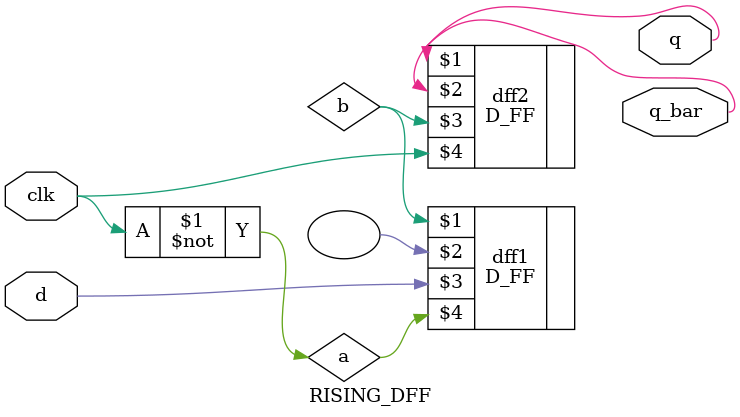
<source format=v>
module RISING_DFF(q,q_bar,d,clk);
input clk,d;
output q,q_bar;
wire a,b;
not(a,clk);
D_FF dff1(b,,d,a);
D_FF dff2(q,q_bar,b,clk);
endmodule
</source>
